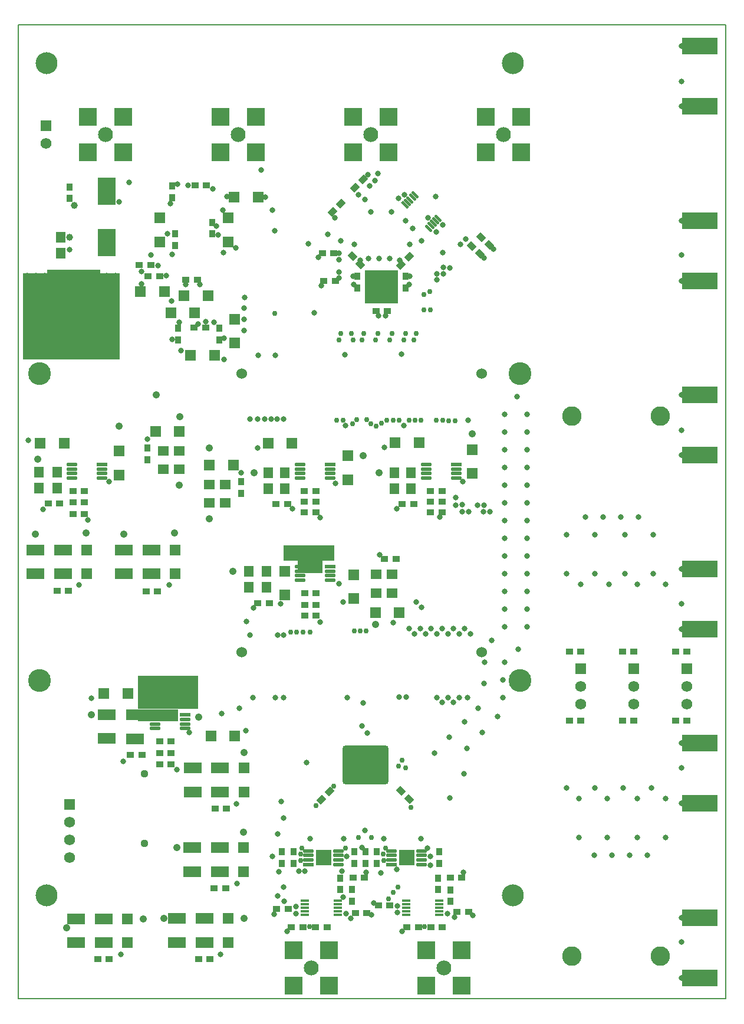
<source format=gbs>
%FSTAX23Y23*%
%MOIN*%
%SFA1B1*%

%IPPOS*%
%AMD146*
4,1,4,0.003500,0.027600,-0.027600,-0.003500,-0.003500,-0.027600,0.027600,0.003500,0.003500,0.027600,0.0*
%
%AMD148*
4,1,4,-0.027600,0.003500,0.003500,-0.027600,0.027600,-0.003500,-0.003500,0.027600,-0.027600,0.003500,0.0*
%
%AMD154*
4,1,8,-0.129000,0.095500,-0.129000,-0.095500,-0.116000,-0.108500,0.116000,-0.108500,0.129000,-0.095500,0.129000,0.095500,0.116000,0.108500,-0.116000,0.108500,-0.129000,0.095500,0.0*
1,1,0.026000,-0.116000,0.095500*
1,1,0.026000,-0.116000,-0.095500*
1,1,0.026000,0.116000,-0.095500*
1,1,0.026000,0.116000,0.095500*
%
%AMD167*
4,1,4,0.018000,-0.006700,-0.006700,0.018000,-0.018000,0.006700,0.006700,-0.018000,0.018000,-0.006700,0.0*
1,1,0.016000,-0.012400,0.012400*
1,1,0.016000,0.012400,-0.012400*
%
%AMD168*
4,1,4,0.023700,-0.012400,-0.012400,0.023700,-0.023700,0.012400,0.012400,-0.023700,0.023700,-0.012400,0.0*
%
%ADD51C,0.008000*%
%ADD58R,0.550000X0.490000*%
%ADD91C,0.062000*%
%ADD95C,0.039000*%
%ADD116R,0.340000X0.190000*%
%ADD117R,0.225000X0.065000*%
%ADD120R,0.304000X0.304000*%
%ADD131R,0.064000X0.054000*%
%ADD134O,0.064000X0.019000*%
%ADD135R,0.064000X0.019000*%
%ADD139R,0.064000X0.064000*%
%ADD140R,0.204000X0.094000*%
%ADD143R,0.034000X0.044000*%
%ADD144R,0.044000X0.034000*%
%ADD145R,0.064000X0.064000*%
G04~CAMADD=146~9~0.0~0.0~440.0~340.0~0.0~0.0~0~0.0~0.0~0.0~0.0~0~0.0~0.0~0.0~0.0~0~0.0~0.0~0.0~45.0~552.0~551.0*
%ADD146D146*%
G04~CAMADD=148~9~0.0~0.0~440.0~340.0~0.0~0.0~0~0.0~0.0~0.0~0.0~0~0.0~0.0~0.0~0.0~0~0.0~0.0~0.0~135.0~552.0~551.0*
%ADD148D148*%
%ADD149R,0.189000X0.189000*%
%ADD150C,0.084000*%
%ADD151R,0.104000X0.104000*%
%ADD152C,0.044000*%
%ADD153R,0.062000X0.062000*%
G04~CAMADD=154~8~0.0~0.0~2170.0~2580.0~130.0~0.0~15~0.0~0.0~0.0~0.0~0~0.0~0.0~0.0~0.0~0~0.0~0.0~0.0~90.0~2580.0~2170.0*
%ADD154D154*%
%ADD155C,0.060000*%
%ADD156C,0.110000*%
%ADD157C,0.124000*%
%ADD158C,0.129000*%
%ADD159C,0.032000*%
%ADD160C,0.042000*%
%ADD161C,0.030000*%
%ADD162R,0.140000X0.072000*%
%ADD163R,0.290000X0.085000*%
%ADD164R,0.104000X0.158000*%
%ADD165R,0.104000X0.064000*%
%ADD166R,0.085000X0.085000*%
G04~CAMADD=167~3~0.0~0.0~510.0~160.0~0.0~0.0~0~0.0~0.0~0.0~0.0~0~0.0~0.0~0.0~0.0~0~0.0~0.0~0.0~315.0~406.0~406.0*
%ADD167D167*%
G04~CAMADD=168~9~0.0~0.0~510.0~160.0~0.0~0.0~0~0.0~0.0~0.0~0.0~0~0.0~0.0~0.0~0.0~0~0.0~0.0~0.0~315.0~474.0~473.0*
%ADD168D168*%
%ADD169O,0.051000X0.016000*%
%ADD170R,0.051000X0.016000*%
%ADD171R,0.054000X0.064000*%
G54D51*
X04Y0D02*
Y055D01*
X01193D02*
X04D01*
X0Y01681D02*
Y0365D01*
X00753Y0D02*
X04D01*
X0D02*
Y01681D01*
Y0D02*
X00753D01*
X0Y055D02*
X01193D01*
X0Y0365D02*
Y055D01*
G54D58*
X003Y03855D03*
G54D91*
X00289Y00998D03*
Y00898D03*
Y00798D03*
X00155Y04832D03*
X0378Y01666D03*
Y01766D03*
X0348Y01666D03*
Y01766D03*
X0318Y01666D03*
Y01766D03*
X02053Y04022D03*
G54D95*
X00315Y0448D03*
X0029Y04302D03*
G54D116*
X00845Y0173D03*
G54D117*
X00788Y01602D03*
G54D120*
X00314Y03967D03*
G54D131*
X0108Y028D03*
X0117D03*
Y02905D03*
X0108D03*
X0091Y0299D03*
X0082D03*
Y03095D03*
X0091D03*
X02024Y02398D03*
X02114D03*
X02111Y0229D03*
X02021D03*
G54D134*
X0211Y00785D03*
Y0081D03*
X0228Y00759D03*
Y00785D03*
Y0081D03*
X0211Y00836D03*
X0228D03*
X01639Y00785D03*
Y0081D03*
X01809Y00759D03*
Y00785D03*
Y0081D03*
X01639Y00836D03*
X01809D03*
X01593Y02365D03*
X01763D03*
X01593Y02391D03*
Y02416D03*
Y02442D03*
X01763Y02391D03*
Y02416D03*
X00773Y01527D03*
X00943D03*
X00773Y01553D03*
Y01578D03*
Y01604D03*
X00943Y01553D03*
Y01578D03*
X01593Y02942D03*
X01763D03*
X01593Y02968D03*
Y02993D03*
Y03019D03*
X01763Y02968D03*
Y02993D03*
X02305Y02942D03*
X02475D03*
X02305Y02968D03*
Y02993D03*
Y03019D03*
X02475Y02968D03*
Y02993D03*
X00304Y02942D03*
X00474D03*
X00304Y02968D03*
Y02993D03*
Y03019D03*
X00474Y02968D03*
Y02993D03*
G54D135*
X0211Y00759D03*
X01639D03*
X01763Y02442D03*
X00943Y01604D03*
X01763Y03019D03*
X02475D03*
X00474D03*
G54D139*
X00937Y03973D03*
X01072D03*
X00825Y03995D03*
X0069D03*
X01088Y01486D03*
X01223D03*
X00618Y01724D03*
X00483D03*
X02265Y03142D03*
X0213D03*
X01546Y03137D03*
X01411D03*
X0108Y03015D03*
X01215D03*
X0091Y03205D03*
X00775D03*
X0122Y04527D03*
X01355D03*
X00259Y03139D03*
X00124D03*
X02019Y02181D03*
X02154D03*
X00974Y03635D03*
X01109D03*
X00862Y03874D03*
X00997D03*
G54D140*
X03852Y05041D03*
Y05381D03*
Y04056D03*
Y04396D03*
Y03072D03*
Y03412D03*
Y02088D03*
Y02428D03*
Y01104D03*
Y01444D03*
Y00119D03*
Y00459D03*
G54D143*
X0029Y0452D03*
Y04585D03*
X01916Y04081D03*
Y04016D03*
X02189Y04081D03*
Y04016D03*
X0149Y00831D03*
Y00766D03*
X02026Y00765D03*
Y0083D03*
X01556Y00766D03*
Y00831D03*
X019Y00765D03*
Y0083D03*
X01885Y00552D03*
Y00617D03*
X0182Y00618D03*
Y00683D03*
X02443Y00551D03*
Y00616D03*
X02372Y00617D03*
Y00682D03*
X02379Y00765D03*
Y0083D03*
X01962D03*
Y00765D03*
X0126Y0292D03*
Y02855D03*
X0073Y0311D03*
Y03045D03*
X00903Y03788D03*
Y03723D03*
X01137D03*
Y03788D03*
X0087Y0459D03*
Y04525D03*
X01096Y04386D03*
Y04321D03*
X00887D03*
Y04256D03*
G54D144*
X0378Y0157D03*
X03715D03*
X0378Y0196D03*
X03715D03*
X01683Y02164D03*
X01618D03*
X0318Y0196D03*
X03115D03*
X0318Y0157D03*
X03115D03*
X0348Y0196D03*
X03415D03*
X0348Y0157D03*
X03415D03*
X01012Y04063D03*
X00947D03*
X01783Y04212D03*
X01718D03*
X01791Y04054D03*
X01726D03*
X02022Y03885D03*
X02087D03*
X01544Y00406D03*
X01609D03*
X0168D03*
X01745D03*
X01956Y00686D03*
X01891D03*
X02332Y00406D03*
X02397D03*
X02506Y00685D03*
X02441D03*
X02196Y00406D03*
X02261D03*
X01684Y02226D03*
X01619D03*
Y02291D03*
X01684D03*
X01354Y02236D03*
X01419D03*
X00798Y01324D03*
X00863D03*
X00633Y01378D03*
X00698D03*
X00863Y01389D03*
X00798D03*
Y01454D03*
X00863D03*
X0217Y02796D03*
X02235D03*
X01521Y02795D03*
X01456D03*
X01616Y02747D03*
X01681D03*
X01616Y02867D03*
X01681D03*
Y02807D03*
X01616D03*
X01176Y01076D03*
X01111D03*
X01084Y00226D03*
X01019D03*
X00513Y00225D03*
X00448D03*
X01171Y00626D03*
X01106D03*
X02395Y02807D03*
X0233D03*
Y02867D03*
X02395D03*
X0233Y02747D03*
X02395D03*
X00309Y02869D03*
X00374D03*
X00169Y02798D03*
X00234D03*
X00309Y02739D03*
X00374D03*
Y02804D03*
X00309D03*
X0207Y02485D03*
X02135D03*
X00684Y04145D03*
X00749D03*
X00999Y04595D03*
X01064D03*
X00734Y04081D03*
X00799D03*
X01058Y0379D03*
X00993D03*
X0146Y00507D03*
X01525D03*
X0197Y00484D03*
X01905D03*
X02035Y00528D03*
X021D03*
X02545Y0049D03*
X0248D03*
X00787Y02302D03*
X00722D03*
X00284Y02306D03*
X00219D03*
G54D145*
X01505Y02415D03*
Y0228D03*
X01895Y02395D03*
Y0226D03*
X01861Y03067D03*
Y02932D03*
X01275Y01304D03*
Y01169D03*
X01187Y00319D03*
Y00454D03*
X00616Y00453D03*
Y00318D03*
X01274Y00854D03*
Y00719D03*
X02565Y03102D03*
Y02967D03*
X00569Y03094D03*
Y02959D03*
X01223Y03704D03*
Y03839D03*
X00798Y04411D03*
Y04276D03*
X01186D03*
Y04411D03*
X00887Y02401D03*
Y02536D03*
X00387D03*
Y02401D03*
G54D146*
X02162Y04144D03*
X02208Y0419D03*
X01902Y04582D03*
X01948Y04628D03*
X01776Y04445D03*
X01822Y04491D03*
X01714Y01125D03*
X0176Y01171D03*
G54D148*
X01889Y04194D03*
X01934Y04148D03*
X02208Y01129D03*
X02162Y01175D03*
X02662Y04257D03*
X02616Y04303D03*
X0261Y04207D03*
X02564Y04252D03*
G54D149*
X02053Y04022D03*
G54D150*
X02405Y00174D03*
X01655D03*
X00492Y0488D03*
X01992Y04882D03*
X02742D03*
X01242Y0488D03*
G54D151*
X02505Y00074D03*
Y00274D03*
X02305D03*
Y00074D03*
X01755D03*
Y00274D03*
X01555D03*
Y00074D03*
X00592Y0478D03*
Y0498D03*
X00392D03*
Y0478D03*
X02092Y04782D03*
Y04982D03*
X01892D03*
Y04782D03*
X02842D03*
Y04982D03*
X02642D03*
Y04782D03*
X01342Y0478D03*
Y0498D03*
X01142D03*
Y0478D03*
G54D152*
X00714Y00877D03*
Y01271D03*
G54D153*
X00289Y01098D03*
X00155Y04932D03*
X0378Y01866D03*
X0348D03*
X0318D03*
G54D154*
X01961Y01323D03*
G54D155*
X02619Y03533D03*
X01262D03*
X02619Y01957D03*
X01262D03*
G54D156*
X0363Y0329D03*
X0313D03*
X0363Y0024D03*
X0313D03*
G54D157*
X0016Y05285D03*
Y00585D03*
X02795D03*
Y05285D03*
G54D158*
X00118Y01799D03*
X02835D03*
Y03531D03*
X00118D03*
G54D159*
X0029Y0423D03*
X0375Y0321D03*
Y0518D03*
Y042D03*
Y0223D03*
X0225Y0224D03*
X0228Y0221D03*
X02334Y0209D03*
X02208D03*
X0224Y0206D03*
X02271Y0209D03*
X02303Y0206D03*
X0366Y0234D03*
X035D03*
X0334D03*
X0318D03*
X02366Y0206D03*
X02397Y0209D03*
X02429Y0206D03*
X0246Y0209D03*
X02491Y0206D03*
X02523Y0209D03*
X02555Y0206D03*
X02152Y01705D03*
X0375Y01305D03*
Y0032D03*
X0358Y0119D03*
X0342D03*
X0326D03*
X031D03*
X02491Y017D03*
X031Y0262D03*
X0326D03*
X0343D03*
X0359D03*
X031Y024D03*
X0326D03*
X0343D03*
X0359D03*
X03205Y0272D03*
X03305D03*
X03405D03*
X03505D03*
X0366Y0091D03*
X035D03*
X0333D03*
X0317D03*
X0366Y0113D03*
X035D03*
X0333D03*
X0317D03*
X03255Y0081D03*
X03355D03*
X03455D03*
X03555D03*
X0375Y00119D03*
Y00459D03*
Y01104D03*
Y01444D03*
Y02088D03*
Y02428D03*
Y03072D03*
Y03412D03*
Y04056D03*
Y04396D03*
Y05041D03*
Y05381D03*
X02439Y04128D03*
X02546Y02751D03*
X02403Y0413D03*
X0251Y02751D03*
X02365Y0406D03*
X02472Y0283D03*
X02366Y04096D03*
X02474Y02789D03*
X02402Y04094D03*
X0251Y0279D03*
X02032Y0466D03*
X02665Y02751D03*
X02016Y04621D03*
X02629Y02752D03*
X01985Y0459D03*
X02631Y02788D03*
X0253Y04291D03*
X02595Y02789D03*
X0246Y01675D03*
X02397D03*
X02428Y017D03*
X02365D03*
X01835Y00575D03*
X01502Y00551D03*
X01466Y00581D03*
X015Y0063D03*
X01466Y02054D03*
X01452Y01702D03*
X01325D03*
X01452Y03634D03*
X01357D03*
X01353Y03275D03*
X01392D03*
X01428D03*
X01463D03*
X01435Y00805D03*
X01467Y00933D03*
X01474Y00719D03*
X0145Y04338D03*
X01435Y04455D03*
X02498Y04261D03*
X0223Y04351D03*
X01977Y04D03*
Y04049D03*
X02129Y04D03*
Y04049D03*
Y03946D03*
X01977D03*
X02031D03*
X0208D03*
X02061Y01323D03*
X02011D03*
X01861D03*
X01911D03*
X01861Y01375D03*
X02061D03*
X02011D03*
X01961D03*
X01911D03*
Y01271D03*
X01961D03*
X02011D03*
X02061D03*
X01861D03*
X01911Y01231D03*
X01961D03*
X02011D03*
X02061D03*
X01861D03*
Y01415D03*
X02061D03*
X02011D03*
X01961D03*
X01911D03*
X01765Y02543D03*
Y02493D03*
X0254Y01701D03*
X02192Y01705D03*
X01859Y01701D03*
X01498D03*
X015Y02054D03*
X01309D03*
X02541Y03268D03*
X01309Y03276D03*
X01498D03*
X01353Y03111D03*
X02165Y0364D03*
X01847Y03638D03*
X00579Y00251D03*
X01143D03*
X01237Y00651D03*
X01231Y01102D03*
X01285Y01516D03*
X00591Y01341D03*
X00411Y01699D03*
X00056Y03155D03*
X00512Y0292D03*
X00138Y02765D03*
X00394Y02706D03*
X00342Y02337D03*
X00851Y02339D03*
X01707Y02129D03*
X01481Y02231D03*
X01328Y02209D03*
X0212Y02125D03*
X01811Y02345D03*
X02044Y02507D03*
X01706Y02717D03*
X02381Y02722D03*
X02138Y02767D03*
X02513Y0292D03*
X02069Y03114D03*
X01793Y02912D03*
X01548Y02767D03*
X01161Y0361D03*
X01372Y0468D03*
X01748Y04319D03*
X00697Y04038D03*
X015Y0102D03*
X01949Y01672D03*
X01713Y04028D03*
X01697Y04187D03*
X02036Y03858D03*
X024Y04216D03*
X02075Y03858D03*
X01813Y04211D03*
Y0407D03*
X01822Y0428D03*
X02279D03*
X02108Y04445D03*
X01993D03*
X02212Y0426D03*
X01898D03*
X02157Y0417D03*
X02098Y0418D03*
X0208Y04098D03*
X02031D03*
X01977D03*
X02129D03*
X02208Y04035D03*
X02213Y0408D03*
X01892D03*
X01897Y04035D03*
X02039Y0418D03*
X0198D03*
X01933Y0417D03*
X01813Y04105D03*
Y04175D03*
X01279Y03963D03*
X01277Y03776D03*
Y03838D03*
Y03902D03*
X02427Y00482D03*
X02144Y00524D03*
Y00488D03*
X01854Y00481D03*
X02329Y00806D03*
X0196Y0095D03*
X024Y04372D03*
X02361Y0433D03*
X0219Y04395D03*
X0157Y00483D03*
Y00522D03*
X01971Y015D03*
X01673Y03875D03*
X01924Y0454D03*
X0196Y04514D03*
X01638Y04265D03*
X02148Y04521D03*
X02181Y04543D03*
X02316Y04412D03*
X02359Y04533D03*
X01788Y0441D03*
X01976Y04656D03*
X01942Y01541D03*
X01105Y0382D03*
X01164Y0373D03*
X0086Y0449D03*
X011Y04575D03*
X0113Y04315D03*
X0116Y04215D03*
X0112Y04365D03*
X0118Y0453D03*
X01395Y04529D03*
X00625Y0461D03*
X0057Y045D03*
X00865Y0394D03*
X0087Y03725D03*
X0185Y03238D03*
X0218D03*
X0075Y042D03*
X009Y046D03*
X0096Y04595D03*
X0092Y0366D03*
X01015Y0381D03*
X0106Y03825D03*
X0091Y0382D03*
X0087Y04205D03*
X01155Y04455D03*
X00843Y04321D03*
X0123Y0424D03*
X00835Y04085D03*
X0079Y0414D03*
X00947Y04036D03*
X01026D03*
X00697Y04109D03*
X0005Y04085D03*
X001D03*
X0015D03*
X002D03*
X0025D03*
X003D03*
X0035D03*
X004D03*
X0045D03*
X005D03*
X0055D03*
Y04035D03*
X005D03*
X0045D03*
X004D03*
X0035D03*
X003D03*
X0025D03*
X002D03*
X0015D03*
X001D03*
X0005D03*
X0055Y03985D03*
X005D03*
X0045D03*
X004D03*
X0035D03*
X003D03*
X0025D03*
X002D03*
X0015D03*
X001D03*
X0005D03*
X0055Y03935D03*
X005D03*
X0045D03*
X004D03*
X0035D03*
X003D03*
X0025D03*
X002D03*
X0015D03*
X001D03*
X0005D03*
X0055Y03885D03*
X005D03*
X0045D03*
X004D03*
X0035D03*
X003D03*
X0025D03*
X002D03*
X0015D03*
X001D03*
X0005D03*
X0055Y03835D03*
X005D03*
X0045D03*
X004D03*
X0035D03*
X003D03*
X0025D03*
X002D03*
X0015D03*
X001D03*
X0005D03*
X0055Y03785D03*
X005D03*
X0045D03*
X004D03*
X0035D03*
X003D03*
X0025D03*
X002D03*
X0015D03*
X001D03*
X0005D03*
X0055Y03735D03*
X005D03*
X0045D03*
X004D03*
X0035D03*
X003D03*
X0025D03*
X002D03*
X0015D03*
X001D03*
X0005D03*
X0055Y03685D03*
X005D03*
X0045D03*
X004D03*
X0035D03*
X003D03*
X0025D03*
X002D03*
X0015D03*
X001D03*
X0005D03*
X0055Y03635D03*
X005D03*
X0045D03*
X004D03*
X0035D03*
X003D03*
X0025D03*
X002D03*
X0015D03*
X001D03*
X0005D03*
X01485Y01116D03*
X0163Y01335D03*
X0184Y00905D03*
X01648Y00904D03*
X02066Y00905D03*
X02276D03*
X01857Y00805D03*
X01965Y00715D03*
X0217Y0038D03*
X01518D03*
X02515Y00714D03*
X02685Y04235D03*
X02633Y04185D03*
X02049Y0071D03*
X01585Y0072D03*
X0201Y0054D03*
X01995Y00474D03*
X01445Y00477D03*
X0257Y0047D03*
X0188Y00455D03*
X02465Y0046D03*
X00965Y01506D03*
X00745Y01805D03*
X00795D03*
X00845D03*
X00895D03*
X00945D03*
X00995D03*
X00745Y01755D03*
X00795D03*
X00845D03*
X00895D03*
X00945D03*
X00995D03*
X00745Y01705D03*
X00795D03*
X00845D03*
X00895D03*
X00945D03*
X00995D03*
X00745Y01655D03*
X00795D03*
X00845D03*
X00895D03*
X00945D03*
X00995D03*
X00695D03*
Y01705D03*
Y01755D03*
Y01805D03*
X0088Y01605D03*
X0083D03*
X0078D03*
X00895Y01295D03*
X0073Y0316D03*
X0126Y0297D03*
X016Y02443D03*
X0165D03*
X017D03*
X01515Y02543D03*
Y02493D03*
X01715D03*
X01665D03*
X01615D03*
X01565D03*
X01715Y02543D03*
X01665D03*
X01615D03*
X01565D03*
X01942Y00855D03*
X01835Y0224D03*
X02875Y033D03*
Y032D03*
Y031D03*
Y03D03*
Y029D03*
Y028D03*
Y023D03*
Y024D03*
Y025D03*
Y026D03*
Y027D03*
Y021D03*
Y022D03*
X02825Y01975D03*
X0275Y019D03*
Y021D03*
Y022D03*
Y023D03*
Y024D03*
Y025D03*
Y026D03*
Y027D03*
Y031D03*
Y03D03*
Y029D03*
Y028D03*
Y032D03*
Y033D03*
X02675Y02025D03*
X0282Y034D03*
X02523Y01566D03*
X02598Y01641D03*
X02708Y01594D03*
X0274Y018D03*
Y017D03*
X02622Y01505D03*
X02536Y01416D03*
X02437Y01477D03*
X02632Y0178D03*
X02635Y019D03*
X02519Y01271D03*
X02439Y01136D03*
X02352Y01388D03*
X02312Y00851D03*
X0233Y00755D03*
X0162Y0072D03*
X0183D03*
X0214Y0073D03*
X0129Y0213D03*
X0125Y0164D03*
X0115Y0161D03*
G54D160*
X0078Y0341D03*
X00824Y00455D03*
X00274Y004D03*
X00895Y00854D03*
X0011Y03049D03*
X02038Y02973D03*
X0091Y02901D03*
X0108Y02711D03*
X01331Y0297D03*
X00597Y02625D03*
X00097D03*
X01212Y02415D03*
X00411Y01605D03*
X02565Y03191D03*
X0195Y03067D03*
X02019Y02116D03*
X01276Y00454D03*
X00705Y00453D03*
X01274Y00943D03*
X00382Y02631D03*
X00882D03*
X01275Y01393D03*
X00911Y03287D03*
X0108Y0311D03*
X00569Y03234D03*
X0102Y0159D03*
G54D161*
X01811Y03722D03*
X018Y03267D03*
X01823Y03759D03*
X01835Y03267D03*
X01539Y02071D03*
X02093Y00566D03*
X01574Y02071D03*
X0212Y00601D03*
X01609Y02071D03*
X0165D03*
X02146Y00631D03*
X01596Y00783D03*
X01997Y00912D03*
X0219Y03759D03*
X02178Y03722D03*
X01994Y03249D03*
X01941Y03722D03*
X01968Y03272D03*
X01953Y03759D03*
X02032D03*
X02053Y03251D03*
X02024Y03234D03*
X0202Y03722D03*
X01913Y03272D03*
X02468Y03266D03*
X02327Y03995D03*
X02292Y03977D03*
X02433Y03266D03*
X02399Y03267D03*
X02364D03*
X0233Y03891D03*
X02294D03*
X02297Y00407D03*
X01645D03*
X01596Y00818D03*
X02218Y0108D03*
X01683Y01093D03*
X0145Y03872D03*
X02062Y00818D03*
X02075Y00851D03*
X02065Y00783D03*
X01922Y00912D03*
X01848Y00852D03*
X01604D03*
X01784Y012D03*
X01888Y03247D03*
X02111Y03759D03*
X02099Y03722D03*
X02118Y03267D03*
X02083D03*
X02152D03*
X02208D03*
X02276D03*
X02241D03*
X02249Y03759D03*
X02237Y03722D03*
X01893D03*
X01881Y03759D03*
X01967Y02077D03*
X01934D03*
X019D03*
X0219Y01305D03*
X0215Y01315D03*
X02168Y01347D03*
G54D162*
X01648Y02443D03*
G54D163*
X01643Y02519D03*
G54D164*
X005Y0456D03*
Y0427D03*
G54D165*
X005Y0147D03*
Y01605D03*
X00658Y01604D03*
Y01469D03*
X00984Y00719D03*
Y00854D03*
X01139D03*
Y00719D03*
X00326Y00318D03*
Y00453D03*
X00481D03*
Y00318D03*
X00897Y00319D03*
Y00454D03*
X01052D03*
Y00319D03*
X00985Y01169D03*
Y01304D03*
X0114D03*
Y01169D03*
X00597Y02401D03*
Y02536D03*
X00752D03*
Y02401D03*
X00097D03*
Y02536D03*
X00252D03*
Y02401D03*
G54D166*
X02196Y00798D03*
X01725D03*
G54D167*
X02242Y04541D03*
X02374Y04409D03*
X0236Y04395D03*
X02318Y04353D03*
X02346Y04381D03*
X02214Y04513D03*
X022Y04499D03*
X02228Y04527D03*
X02332Y04367D03*
G54D168*
X02186Y04485D03*
G54D169*
X02378Y00496D03*
X02191Y00535D03*
Y00496D03*
Y00515D03*
X02378D03*
Y00476D03*
Y00535D03*
Y00555D03*
X02191D03*
X01619D03*
X01806D03*
Y00535D03*
Y00476D03*
Y00515D03*
X01619D03*
Y00496D03*
Y00535D03*
X01806Y00496D03*
G54D170*
X02191Y00476D03*
X01619D03*
G54D171*
X01301Y02415D03*
Y02325D03*
X01404D03*
Y02415D03*
X02127Y02973D03*
Y02883D03*
X0222Y02882D03*
Y02972D03*
X01413Y02973D03*
Y02883D03*
X01506Y02882D03*
Y02972D03*
X00238Y04302D03*
Y04212D03*
X00116Y02975D03*
Y02885D03*
X00219D03*
Y02975D03*
M02*
</source>
